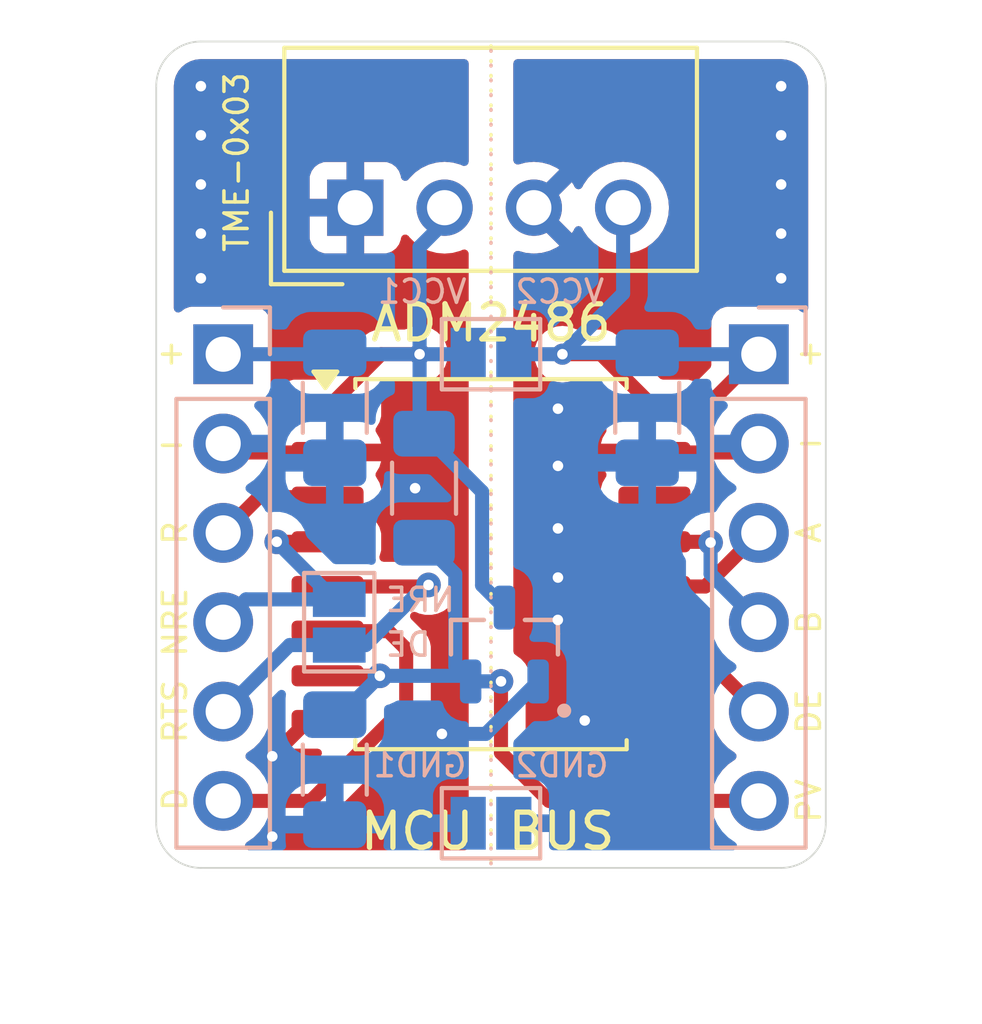
<source format=kicad_pcb>
(kicad_pcb (version 20240108) (generator "pcbnew") (generator_version "8.0")
  (layers (0 "F.Cu" signal) (31 "B.Cu" signal) (34 "B.Paste" user) (35 "F.Paste" user) (36 "B.SilkS" user "B.Silkscreen") (37 "F.SilkS" user "F.Silkscreen") (38 "B.Mask" user) (39 "F.Mask" user) (44 "Edge.Cuts" user))
  (net 0 "")
  (net 1 "VCC2")
  (net 2 "GND2")
  (net 3 "VCC")
  (net 4 "GND1")
  (net 5 "DE")
  (net 6 "A")
  (net 7 "B")
  (net 8 "D")
  (net 9 "PV")
  (net 10 "RTS")
  (net 11 "NRE")
  (net 12 "R")
  (footprint "Package_SO:SOIC-16W_7.5x10.3mm_P1.27mm" (layer "F.Cu") (at 83.82 56.769)
    (property "Reference" "U3" (hide yes))
    (property "Value" "ADM2486")
    (fp_line (start -3.86 -5.26) (end -3.86 -5.005) (stroke (width 0.12)) (layer "F.SilkS"))
    (fp_line (start -3.86 5.26) (end -3.86 5.005) (stroke (width 0.12)) (layer "F.SilkS"))
    (fp_line (start 0 -5.26) (end -3.86 -5.26) (stroke (width 0.12)) (layer "F.SilkS"))
    (fp_line (start 0 -5.26) (end 3.86 -5.26) (stroke (width 0.12)) (layer "F.SilkS"))
    (fp_line (start 0 5.26) (end -3.86 5.26) (stroke (width 0.12)) (layer "F.SilkS"))
    (fp_line (start 0 5.26) (end 3.86 5.26) (stroke (width 0.12)) (layer "F.SilkS"))
    (fp_line (start 3.86 -5.26) (end 3.86 -5.005) (stroke (width 0.12)) (layer "F.SilkS"))
    (fp_line (start 3.86 5.26) (end 3.86 5.005) (stroke (width 0.12)) (layer "F.SilkS"))
    (fp_poly (pts (xy -4.7125 -5.005) (xy -5.0525 -5.475) (xy -4.3725 -5.475) (xy -4.7125 -5.005)) (stroke (width 0.12)) (fill solid) (layer "F.SilkS"))
    (pad "1" smd roundrect (at -4.65 -4.445) (size 2.05 0.6) (layers "F.Cu" "F.Paste" "F.Mask") (net 3 "VCC"))
    (pad "2" smd roundrect (at -4.65 -3.175) (size 2.05 0.6) (layers "F.Cu" "F.Paste" "F.Mask") (net 4 "GND1"))
    (pad "3" smd roundrect (at -4.65 -1.905) (size 2.05 0.6) (layers "F.Cu" "F.Paste" "F.Mask") (net 12 "R"))
    (pad "4" smd roundrect (at -4.65 -0.635) (size 2.05 0.6) (layers "F.Cu" "F.Paste" "F.Mask") (net 11 "NRE"))
    (pad "5" smd roundrect (at -4.65 0.635) (size 2.05 0.6) (layers "F.Cu" "F.Paste" "F.Mask") (net 10 "RTS"))
    (pad "6" smd roundrect (at -4.65 1.905) (size 2.05 0.6) (layers "F.Cu" "F.Paste" "F.Mask") (net 8 "D"))
    (pad "7" smd roundrect (at -4.65 3.175) (size 2.05 0.6) (layers "F.Cu" "F.Paste" "F.Mask") (net 9 "PV"))
    (pad "8" smd roundrect (at -4.65 4.445) (size 2.05 0.6) (layers "F.Cu" "F.Paste" "F.Mask") (net 4 "GND1"))
    (pad "9" smd roundrect (at 4.65 4.445) (size 2.05 0.6) (layers "F.Cu" "F.Paste" "F.Mask") (net 2 "GND2"))
    (pad "10" smd roundrect (at 4.65 3.175) (size 2.05 0.6) (layers "F.Cu" "F.Paste" "F.Mask") (net 5 "DE"))
    (pad "11" smd roundrect (at 4.65 1.905) (size 2.05 0.6) (layers "F.Cu" "F.Paste" "F.Mask"))
    (pad "12" smd roundrect (at 4.65 0.635) (size 2.05 0.6) (layers "F.Cu" "F.Paste" "F.Mask") (net 6 "A"))
    (pad "13" smd roundrect (at 4.65 -0.635) (size 2.05 0.6) (layers "F.Cu" "F.Paste" "F.Mask") (net 7 "B"))
    (pad "14" smd roundrect (at 4.65 -1.905) (size 2.05 0.6) (layers "F.Cu" "F.Paste" "F.Mask"))
    (pad "15" smd roundrect (at 4.65 -3.175) (size 2.05 0.6) (layers "F.Cu" "F.Paste" "F.Mask") (net 2 "GND2"))
    (pad "16" smd roundrect (at 4.65 -4.445) (size 2.05 0.6) (layers "F.Cu" "F.Paste" "F.Mask") (net 1 "VCC2"))
  )
  (footprint "Converter_DCDC:Converter_DCDC_TRACO_TME_03xxS_05xxS_12xxS_Single_THT" (layer "F.Cu") (at 79.9592 46.6344 90)
    (property "Reference" "U2" (hide yes))
    (property "Value" "TME-0305S")
    (fp_line (start -2.175 -2.4) (end -0.141667 -2.4) (stroke (width 0.12)) (layer "F.SilkS"))
    (fp_line (start 4.545 -2.02) (end 4.545 9.72) (stroke (width 0.12)) (layer "F.SilkS"))
    (fp_line (start -1.795 -2.02) (end 4.545 -2.02) (stroke (width 0.12)) (layer "F.SilkS"))
    (fp_line (start -1.795 -2.02) (end -1.795 9.72) (stroke (width 0.12)) (layer "F.SilkS"))
    (fp_line (start -2.175 -0.366667) (end -2.175 -2.4) (stroke (width 0.12)) (layer "F.SilkS"))
    (fp_line (start -1.795 9.72) (end 4.545 9.72) (stroke (width 0.12)) (layer "F.SilkS"))
    (pad "1" thru_hole rect (at 0 0 90) (size 1.6 1.6) (drill 1) (layers "*.Cu" "*.Mask") (net 4 "GND1"))
    (pad "2" thru_hole circle (at 0 2.54 90) (size 1.6 1.6) (drill 1) (layers "*.Cu" "*.Mask") (net 3 "VCC"))
    (pad "3" thru_hole circle (at 0 5.08 90) (size 1.6 1.6) (drill 1) (layers "*.Cu" "*.Mask") (net 2 "GND2"))
    (pad "4" thru_hole circle (at 0 7.62 90) (size 1.6 1.6) (drill 1) (layers "*.Cu" "*.Mask") (net 1 "VCC2"))
  )
  (footprint "ISO1432:SOT96P237X112-3N" (layer "B.Cu") (at 84.201 59.055 90)
    (property "Reference" "U1" (hide yes))
    (property "Value" "ADM809-5SARTZ-RL7")
    (fp_line (start 0.7 -1.52) (end -0.2794 -1.52) (stroke (width 0.127)) (layer "B.SilkS"))
    (fp_line (start 0.7 -0.5842) (end 0.7 -1.52) (stroke (width 0.127)) (layer "B.SilkS"))
    (fp_line (start 0.7 1.52) (end 0.7 0.5842) (stroke (width 0.127)) (layer "B.SilkS"))
    (fp_line (start 0.3048 1.524) (end 0.7 1.52) (stroke (width 0.127)) (layer "B.SilkS"))
    (fp_line (start -0.2794 1.524) (end 0.3048 1.524) (stroke (width 0.127)) (layer "B.SilkS"))
    (fp_circle (center -1.88 1.7) (end -1.778022 1.7) (stroke (width 0.2)) (fill none) (layer "B.SilkS"))
    (pad "1" smd roundrect (at -1.05 0.96 90) (size 1.25 0.61) (layers "B.Cu" "B.Paste" "B.Mask") (net 4 "GND1"))
    (pad "2" smd roundrect (at -1.05 -0.96 90) (size 1.25 0.61) (layers "B.Cu" "B.Paste" "B.Mask") (net 9 "PV"))
    (pad "3" smd roundrect (at 1.05 0 90) (size 1.25 0.61) (layers "B.Cu" "B.Paste" "B.Mask") (net 3 "VCC"))
  )
  (footprint "Jumper:SolderJumper-2_P1.3mm_Open_Pad1.0x1.5mm" (layer "B.Cu") (at 79.502 58.42 -90)
    (property "Reference" "JP1" (hide yes))
    (property "Value" "Jumper_2_Open")
    (fp_line (start -1.4 1) (end -1.4 -1) (stroke (width 0.12)) (layer "B.SilkS"))
    (fp_line (start 1.4 1) (end -1.4 1) (stroke (width 0.12)) (layer "B.SilkS"))
    (fp_line (start -1.4 -1) (end 1.4 -1) (stroke (width 0.12)) (layer "B.SilkS"))
    (fp_line (start 1.4 -1) (end 1.4 1) (stroke (width 0.12)) (layer "B.SilkS"))
    (pad "1" smd rect (at -0.65 0 270) (size 1 1.5) (layers "B.Cu" "B.Mask") (net 11 "NRE"))
    (pad "2" smd rect (at 0.65 0 270) (size 1 1.5) (layers "B.Cu" "B.Mask") (net 10 "RTS"))
  )
  (footprint "Capacitor_SMD:C_1206_3216Metric_Pad1.33x1.80mm_HandSolder" (layer "B.Cu") (at 79.375 52.324 -90)
    (property "Reference" "C2" (hide yes))
    (property "Value" "0.1uF")
    (fp_line (start 0.711252 0.91) (end -0.711252 0.91) (stroke (width 0.12)) (layer "B.SilkS"))
    (fp_line (start 0.711252 -0.91) (end -0.711252 -0.91) (stroke (width 0.12)) (layer "B.SilkS"))
    (pad "1" smd roundrect (at -1.5625 0 270) (size 1.325 1.8) (layers "B.Cu" "B.Paste" "B.Mask") (roundrect_rratio 0.188679) (net 3 "VCC"))
    (pad "2" smd roundrect (at 1.5625 0 270) (size 1.325 1.8) (layers "B.Cu" "B.Paste" "B.Mask") (roundrect_rratio 0.188679) (net 4 "GND1"))
  )
  (footprint "Jumper:SolderJumper-2_P1.3mm_Open_Pad1.0x1.5mm" (layer "B.Cu") (at 83.82 50.8)
    (property "Reference" "JP2" (hide yes))
    (property "Value" "Jumper_2_Open")
    (fp_line (start -1.4 -1) (end 1.4 -1) (stroke (width 0.12)) (layer "B.SilkS"))
    (fp_line (start -1.4 1) (end -1.4 -1) (stroke (width 0.12)) (layer "B.SilkS"))
    (fp_line (start 1.4 -1) (end 1.4 1) (stroke (width 0.12)) (layer "B.SilkS"))
    (fp_line (start 1.4 1) (end -1.4 1) (stroke (width 0.12)) (layer "B.SilkS"))
    (pad "1" smd rect (at -0.65 0) (size 1 1.5) (layers "B.Cu" "B.Mask") (net 3 "VCC"))
    (pad "2" smd rect (at 0.65 0) (size 1 1.5) (layers "B.Cu" "B.Mask") (net 1 "VCC2"))
  )
  (footprint "Connector_PinHeader_2.54mm:PinHeader_1x06_P2.54mm_Vertical" (layer "B.Cu") (at 76.2 50.8 180)
    (property "Reference" "J1" (hide yes))
    (property "Value" "Conn_01x06")
    (fp_line (start 1.33 -1.27) (end -1.33 -1.27) (stroke (width 0.12)) (layer "B.SilkS"))
    (fp_line (start 1.33 -14.03) (end 1.33 -1.27) (stroke (width 0.12)) (layer "B.SilkS"))
    (fp_line (start 1.33 -14.03) (end -1.33 -14.03) (stroke (width 0.12)) (layer "B.SilkS"))
    (fp_line (start 0 1.33) (end -1.33 1.33) (stroke (width 0.12)) (layer "B.SilkS"))
    (fp_line (start -1.33 1.33) (end -1.33 0) (stroke (width 0.12)) (layer "B.SilkS"))
    (fp_line (start -1.33 -14.03) (end -1.33 -1.27) (stroke (width 0.12)) (layer "B.SilkS"))
    (pad "1" thru_hole rect (at 0 0 180) (size 1.7 1.7) (drill 1) (layers "*.Cu" "*.Mask") (net 3 "VCC"))
    (pad "2" thru_hole oval (at 0 -2.54 180) (size 1.7 1.7) (drill 1) (layers "*.Cu" "*.Mask") (net 4 "GND1"))
    (pad "3" thru_hole oval (at 0 -5.08 180) (size 1.7 1.7) (drill 1) (layers "*.Cu" "*.Mask") (net 12 "R"))
    (pad "4" thru_hole oval (at 0 -7.62 180) (size 1.7 1.7) (drill 1) (layers "*.Cu" "*.Mask") (net 11 "NRE"))
    (pad "5" thru_hole oval (at 0 -10.16 180) (size 1.7 1.7) (drill 1) (layers "*.Cu" "*.Mask") (net 10 "RTS"))
    (pad "6" thru_hole oval (at 0 -12.7 180) (size 1.7 1.7) (drill 1) (layers "*.Cu" "*.Mask") (net 8 "D"))
  )
  (footprint "Resistor_SMD:R_1206_3216Metric_Pad1.30x1.75mm_HandSolder" (layer "B.Cu") (at 81.915 54.61 -90)
    (property "Reference" "R1" (hide yes))
    (property "Value" "10k")
    (fp_line (start 0.727064 0.91) (end -0.727064 0.91) (stroke (width 0.12)) (layer "B.SilkS"))
    (fp_line (start 0.727064 -0.91) (end -0.727064 -0.91) (stroke (width 0.12)) (layer "B.SilkS"))
    (pad "1" smd roundrect (at -1.55 0 270) (size 1.3 1.75) (layers "B.Cu" "B.Paste" "B.Mask") (roundrect_rratio 0.192308) (net 3 "VCC"))
    (pad "2" smd roundrect (at 1.55 0 270) (size 1.3 1.75) (layers "B.Cu" "B.Paste" "B.Mask") (roundrect_rratio 0.192308) (net 9 "PV"))
  )
  (footprint "Capacitor_SMD:C_1206_3216Metric_Pad1.33x1.80mm_HandSolder" (layer "B.Cu") (at 88.265 52.324 -90)
    (property "Reference" "C1" (hide yes))
    (property "Value" "0.1uF")
    (fp_line (start 0.711252 0.91) (end -0.711252 0.91) (stroke (width 0.12)) (layer "B.SilkS"))
    (fp_line (start 0.711252 -0.91) (end -0.711252 -0.91) (stroke (width 0.12)) (layer "B.SilkS"))
    (pad "1" smd roundrect (at -1.5625 0 270) (size 1.325 1.8) (layers "B.Cu" "B.Paste" "B.Mask") (roundrect_rratio 0.188679) (net 1 "VCC2"))
    (pad "2" smd roundrect (at 1.5625 0 270) (size 1.325 1.8) (layers "B.Cu" "B.Paste" "B.Mask") (roundrect_rratio 0.188679) (net 2 "GND2"))
  )
  (footprint "Connector_PinHeader_2.54mm:PinHeader_1x06_P2.54mm_Vertical" (layer "B.Cu") (at 91.44 50.8 180)
    (property "Reference" "J2" (hide yes))
    (property "Value" "Conn_01x06")
    (fp_line (start 1.33 -1.27) (end -1.33 -1.27) (stroke (width 0.12)) (layer "B.SilkS"))
    (fp_line (start 1.33 -14.03) (end 1.33 -1.27) (stroke (width 0.12)) (layer "B.SilkS"))
    (fp_line (start 1.33 -14.03) (end -1.33 -14.03) (stroke (width 0.12)) (layer "B.SilkS"))
    (fp_line (start 0 1.33) (end -1.33 1.33) (stroke (width 0.12)) (layer "B.SilkS"))
    (fp_line (start -1.33 1.33) (end -1.33 0) (stroke (width 0.12)) (layer "B.SilkS"))
    (fp_line (start -1.33 -14.03) (end -1.33 -1.27) (stroke (width 0.12)) (layer "B.SilkS"))
    (pad "1" thru_hole rect (at 0 0 180) (size 1.7 1.7) (drill 1) (layers "*.Cu" "*.Mask") (net 1 "VCC2"))
    (pad "2" thru_hole oval (at 0 -2.54 180) (size 1.7 1.7) (drill 1) (layers "*.Cu" "*.Mask") (net 2 "GND2"))
    (pad "3" thru_hole oval (at 0 -5.08 180) (size 1.7 1.7) (drill 1) (layers "*.Cu" "*.Mask") (net 6 "A"))
    (pad "4" thru_hole oval (at 0 -7.62 180) (size 1.7 1.7) (drill 1) (layers "*.Cu" "*.Mask") (net 7 "B"))
    (pad "5" thru_hole oval (at 0 -10.16 180) (size 1.7 1.7) (drill 1) (layers "*.Cu" "*.Mask") (net 5 "DE"))
    (pad "6" thru_hole oval (at 0 -12.7 180) (size 1.7 1.7) (drill 1) (layers "*.Cu" "*.Mask") (net 9 "PV"))
  )
  (footprint "Capacitor_SMD:C_1206_3216Metric_Pad1.33x1.80mm_HandSolder" (layer "B.Cu") (at 79.375 62.611 -90)
    (property "Reference" "C3" (hide yes))
    (property "Value" "0.1uF")
    (fp_line (start 0.711252 0.91) (end -0.711252 0.91) (stroke (width 0.12)) (layer "B.SilkS"))
    (fp_line (start 0.711252 -0.91) (end -0.711252 -0.91) (stroke (width 0.12)) (layer "B.SilkS"))
    (pad "1" smd roundrect (at -1.5625 0 270) (size 1.325 1.8) (layers "B.Cu" "B.Paste" "B.Mask") (roundrect_rratio 0.188679) (net 9 "PV"))
    (pad "2" smd roundrect (at 1.5625 0 270) (size 1.325 1.8) (layers "B.Cu" "B.Paste" "B.Mask") (roundrect_rratio 0.188679) (net 4 "GND1"))
  )
  (footprint "Jumper:SolderJumper-2_P1.3mm_Open_Pad1.0x1.5mm" (layer "B.Cu") (at 83.82 64.135)
    (property "Reference" "JP3" (hide yes))
    (property "Value" "Jumper_2_Open")
    (fp_line (start -1.4 -1) (end 1.4 -1) (stroke (width 0.12)) (layer "B.SilkS"))
    (fp_line (start -1.4 1) (end -1.4 -1) (stroke (width 0.12)) (layer "B.SilkS"))
    (fp_line (start 1.4 -1) (end 1.4 1) (stroke (width 0.12)) (layer "B.SilkS"))
    (fp_line (start 1.4 1) (end -1.4 1) (stroke (width 0.12)) (layer "B.SilkS"))
    (pad "1" smd rect (at -0.65 0) (size 1 1.5) (layers "B.Cu" "B.Mask") (net 4 "GND1"))
    (pad "2" smd rect (at 0.65 0) (size 1 1.5) (layers "B.Cu" "B.Mask") (net 2 "GND2"))
  )
  (gr_line (start 83.82 42.164) (end 83.82 65.3796) (stroke (width 0.1) (type dot)) (layer "B.SilkS"))
  (gr_line (start 83.82 42.037) (end 83.82 49.403) (stroke (width 0.1) (type dot)) (layer "F.SilkS"))
  (gr_line (start 83.82 51.308) (end 83.82 65.278) (stroke (width 0.1) (type dot)) (layer "F.SilkS"))
  (gr_arc (start 74.295 43.18) (mid 74.666974 42.281974) (end 75.565 41.91) (stroke (width 0.05)) (layer "Edge.Cuts"))
  (gr_arc (start 93.345 64.135) (mid 92.973026 65.033026) (end 92.075 65.405) (stroke (width 0.05)) (layer "Edge.Cuts"))
  (gr_arc (start 92.075 41.91) (mid 92.973026 42.281974) (end 93.345 43.18) (stroke (width 0.05)) (layer "Edge.Cuts"))
  (gr_line (start 92.075 65.405) (end 75.565 65.405) (stroke (width 0.05)) (layer "Edge.Cuts"))
  (gr_line (start 93.345 43.18) (end 93.345 64.135) (stroke (width 0.05)) (layer "Edge.Cuts"))
  (gr_arc (start 75.565 65.405) (mid 74.666974 65.033026) (end 74.295 64.135) (stroke (width 0.05)) (layer "Edge.Cuts"))
  (gr_line (start 74.295 64.135) (end 74.295 43.18) (stroke (width 0.05)) (layer "Edge.Cuts"))
  (gr_line (start 75.565 41.91) (end 92.075 41.91) (stroke (width 0.05)) (layer "Edge.Cuts"))
  (gr_text "DE" (at 80.772 59.055 0) (layer "B.SilkS") (effects (font (size 0.66 0.66) (thickness 0.1)) (justify right mirror)))
  (gr_text "GND2" (at 84.455 62.484 0) (layer "B.SilkS") (effects (font (size 0.66 0.66) (thickness 0.1)) (justify right mirror)))
  (gr_text "VCC1" (at 83.185 49.022 0) (layer "B.SilkS") (effects (font (size 0.66 0.66) (thickness 0.1)) (justify left mirror)))
  (gr_text "GND1" (at 83.185 62.484 0) (layer "B.SilkS") (effects (font (size 0.66 0.66) (thickness 0.1)) (justify left mirror)))
  (gr_text "VCC2" (at 84.455 49.022 0) (layer "B.SilkS") (effects (font (size 0.66 0.66) (thickness 0.1)) (justify right mirror)))
  (gr_text "NRE" (at 80.772 57.785 0) (layer "B.SilkS") (effects (font (size 0.66 0.66) (thickness 0.1)) (justify right mirror)))
  (gr_text "ADM2486" (at 83.82 49.911 0) (layer "F.SilkS") (effects (font (size 1 1))))
  (gr_text "NRE" (at 74.8284 58.42 90) (layer "F.SilkS") (effects (font (size 0.66 0.66) (thickness 0.1))))
  (gr_text "DE" (at 92.8624 60.96 90) (layer "F.SilkS") (effects (font (size 0.66 0.66) (thickness 0.1))))
  (gr_text "A" (at 92.8624 55.88 90) (layer "F.SilkS") (effects (font (size 0.66 0.66) (thickness 0.1))))
  (gr_text "RTS" (at 74.8284 60.96 90) (layer "F.SilkS") (effects (font (size 0.66 0.66) (thickness 0.1))))
  (gr_text "PV" (at 92.8624 63.5 90) (layer "F.SilkS") (effects (font (size 0.66 0.66) (thickness 0.1))))
  (gr_text "BUS" (at 84.2264 64.3636 0) (layer "F.SilkS") (effects (font (size 1 1)) (justify left)))
  (gr_text "TME-0x03" (at 76.581 45.339 90) (layer "F.SilkS") (effects (font (size 0.66 0.66) (thickness 0.1))))
  (gr_text "R" (at 74.8284 55.88 90) (layer "F.SilkS") (effects (font (size 0.66 0.66) (thickness 0.1))))
  (gr_text "+" (at 74.7268 50.7492 0) (layer "F.SilkS") (effects (font (size 0.66 0.66) (thickness 0.1))))
  (gr_text "-" (at 92.9132 53.3908 180) (layer "F.SilkS") (effects (font (size 0.66 0.66) (thickness 0.1))))
  (gr_text "+" (at 92.8624 50.8 90) (layer "F.SilkS") (effects (font (size 0.66 0.66) (thickness 0.1))))
  (gr_text "B" (at 92.8624 58.42 90) (layer "F.SilkS") (effects (font (size 0.66 0.66) (thickness 0.1))))
  (gr_text "D" (at 74.8284 63.4492 90) (layer "F.SilkS") (effects (font (size 0.66 0.66) (thickness 0.1))))
  (gr_text "MCU" (at 83.4136 64.3636 0) (layer "F.SilkS") (effects (font (size 1 1)) (justify right)))
  (gr_text "-" (at 74.7268 53.34 0) (layer "F.SilkS") (effects (font (size 0.66 0.66) (thickness 0.1))))
  (segment (start 86.946 50.8) (end 88.47 52.324) (width 0.4) (layer "F.Cu") (net 1))
  (segment (start 89.916 52.324) (end 91.44 50.8) (width 0.4) (layer "F.Cu") (net 1))
  (segment (start 85.852 50.8) (end 86.946 50.8) (width 0.4) (layer "F.Cu") (net 1))
  (segment (start 88.47 52.324) (end 89.916 52.324) (width 0.4) (layer "F.Cu") (net 1))
  (via (at 85.852 50.8) (size 0.6) (drill 0.3) (layers "F.Cu" "B.Cu") (net 1))
  (segment (start 85.852 50.8) (end 87.5792 49.0728) (width 0.4) (layer "B.Cu") (net 1))
  (segment (start 88.265 50.7615) (end 85.8905 50.7615) (width 0.4) (layer "B.Cu") (net 1))
  (segment (start 84.47 50.8) (end 85.852 50.8) (width 0.4) (layer "B.Cu") (net 1))
  (segment (start 91.44 50.8) (end 88.3035 50.8) (width 0.4) (layer "B.Cu") (net 1))
  (segment (start 88.3035 50.8) (end 88.265 50.7615) (width 0.4) (layer "B.Cu") (net 1))
  (segment (start 87.5792 49.0728) (end 87.5792 46.6344) (width 0.4) (layer "B.Cu") (net 1))
  (segment (start 85.8905 50.7615) (end 85.852 50.8) (width 0.4) (layer "B.Cu") (net 1))
  (segment (start 88.47 53.594) (end 91.186 53.594) (width 0.4) (layer "F.Cu") (net 2))
  (segment (start 91.186 53.594) (end 91.44 53.34) (width 0.4) (layer "F.Cu") (net 2))
  (via (at 85.725 55.753) (size 0.7) (drill 0.3) (layers "F.Cu" "B.Cu") (net 2))
  (via (at 92.075 44.577) (size 0.7) (drill 0.3) (layers "F.Cu" "B.Cu") (net 2))
  (via (at 85.725 57.15) (size 0.7) (drill 0.3) (layers "F.Cu" "B.Cu") (net 2))
  (via (at 85.721 58.355) (size 0.7) (drill 0.3) (layers "F.Cu" "B.Cu") (net 2))
  (via (at 86.487 61.214) (size 0.7) (drill 0.3) (layers "F.Cu" "B.Cu") (net 2))
  (via (at 92.075 48.641) (size 0.7) (drill 0.3) (layers "F.Cu" "B.Cu") (net 2))
  (via (at 85.725 53.975) (size 0.7) (drill 0.3) (layers "F.Cu" "B.Cu") (net 2))
  (via (at 92.075 45.974) (size 0.7) (drill 0.3) (layers "F.Cu" "B.Cu") (net 2))
  (via (at 92.075 47.371) (size 0.7) (drill 0.3) (layers "F.Cu" "B.Cu") (net 2))
  (via (at 85.725 52.3494) (size 0.7) (drill 0.3) (layers "F.Cu" "B.Cu") (net 2))
  (via (at 92.075 43.18) (size 0.7) (drill 0.3) (layers "F.Cu" "B.Cu") (net 2))
  (segment (start 80.694 50.8) (end 79.17 52.324) (width 0.4) (layer "F.Cu") (net 3))
  (segment (start 81.788 50.8) (end 80.694 50.8) (width 0.4) (layer "F.Cu") (net 3))
  (via (at 81.788 50.8) (size 0.6) (drill 0.3) (layers "F.Cu" "B.Cu") (net 3))
  (segment (start 81.788 47.752) (end 82.4992 47.0408) (width 0.4) (layer "B.Cu") (net 3))
  (segment (start 81.788 52.933) (end 81.788 50.8) (width 0.4) (layer "B.Cu") (net 3))
  (segment (start 81.788 50.8) (end 76.2 50.8) (width 0.4) (layer "B.Cu") (net 3))
  (segment (start 83.566 57.37) (end 83.566 54.711) (width 0.4) (layer "B.Cu") (net 3))
  (segment (start 83.566 54.711) (end 81.915 53.06) (width 0.4) (layer "B.Cu") (net 3))
  (segment (start 81.788 50.8) (end 81.788 47.752) (width 0.4) (layer "B.Cu") (net 3))
  (segment (start 81.915 53.06) (end 81.788 52.933) (width 0.4) (layer "B.Cu") (net 3))
  (segment (start 83.17 50.8) (end 81.788 50.8) (width 0.4) (layer "B.Cu") (net 3))
  (segment (start 84.201 58.005) (end 83.566 57.37) (width 0.4) (layer "B.Cu") (net 3))
  (segment (start 82.4992 47.0408) (end 82.4992 46.6344) (width 0.4) (layer "B.Cu") (net 3))
  (segment (start 78.613 61.214) (end 77.597 62.23) (width 0.4) (layer "F.Cu") (net 4))
  (segment (start 76.454 53.594) (end 76.2 53.34) (width 0.4) (layer "F.Cu") (net 4))
  (segment (start 79.17 61.214) (end 78.613 61.214) (width 0.4) (layer "F.Cu") (net 4))
  (segment (start 79.17 53.594) (end 76.454 53.594) (width 0.4) (layer "F.Cu") (net 4))
  (via (at 77.597 62.23) (size 0.7) (drill 0.3) (layers "F.Cu" "B.Cu") (net 4))
  (via (at 81.661 54.61) (size 0.7) (drill 0.3) (layers "F.Cu" "B.Cu") (net 4))
  (via (at 75.565 47.371) (size 0.7) (drill 0.3) (layers "F.Cu" "B.Cu") (net 4))
  (via (at 82.423 61.595) (size 0.7) (drill 0.3) (layers "F.Cu" "B.Cu") (net 4))
  (via (at 75.565 44.577) (size 0.7) (drill 0.3) (layers "F.Cu" "B.Cu") (net 4))
  (via (at 75.565 45.974) (size 0.7) (drill 0.3) (layers "F.Cu" "B.Cu") (net 4))
  (via (at 75.565 48.641) (size 0.7) (drill 0.3) (layers "F.Cu" "B.Cu") (net 4))
  (via (at 77.597 64.516) (size 0.7) (drill 0.3) (layers "F.Cu" "B.Cu") (net 4))
  (via (at 75.565 43.18) (size 0.7) (drill 0.3) (layers "F.Cu" "B.Cu") (net 4))
  (segment (start 83.671 61.595) (end 82.423 61.595) (width 0.4) (layer "B.Cu") (net 4))
  (segment (start 85.161 60.105) (end 83.671 61.595) (width 0.4) (layer "B.Cu") (net 4))
  (segment (start 88.47 59.944) (end 90.424 59.944) (width 0.4) (layer "F.Cu") (net 5))
  (segment (start 90.424 59.944) (end 91.44 60.96) (width 0.4) (layer "F.Cu") (net 5))
  (segment (start 89.916 57.404) (end 91.44 55.88) (width 0.4) (layer "F.Cu") (net 6))
  (segment (start 88.47 57.404) (end 89.916 57.404) (width 0.4) (layer "F.Cu") (net 6))
  (segment (start 90.046621 56.134) (end 90.067184 56.154563) (width 0.4) (layer "F.Cu") (net 7))
  (segment (start 88.47 56.134) (end 90.046621 56.134) (width 0.4) (layer "F.Cu") (net 7))
  (via (at 90.067184 56.154563) (size 0.7) (drill 0.3) (layers "F.Cu" "B.Cu") (net 7))
  (segment (start 90.067184 57.047184) (end 91.44 58.42) (width 0.4) (layer "B.Cu") (net 7))
  (segment (start 90.067184 56.154563) (end 90.067184 57.047184) (width 0.4) (layer "B.Cu") (net 7))
  (segment (start 81.407 59.182) (end 80.899 58.674) (width 0.4) (layer "F.Cu") (net 8))
  (segment (start 81.407 60.783974) (end 81.407 59.182) (width 0.4) (layer "F.Cu") (net 8))
  (segment (start 78.690974 63.5) (end 81.407 60.783974) (width 0.4) (layer "F.Cu") (net 8))
  (segment (start 76.2 63.5) (end 78.690974 63.5) (width 0.4) (layer "F.Cu") (net 8))
  (segment (start 80.899 58.674) (end 79.17 58.674) (width 0.4) (layer "F.Cu") (net 8))
  (segment (start 85.471 63.5) (end 84.104169 62.133169) (width 0.4) (layer "F.Cu") (net 9))
  (segment (start 91.44 63.5) (end 85.471 63.5) (width 0.4) (layer "F.Cu") (net 9))
  (segment (start 79.17 59.944) (end 80.657 59.944) (width 0.4) (layer "F.Cu") (net 9))
  (segment (start 84.104169 62.133169) (end 84.104169 60.101169) (width 0.4) (layer "F.Cu") (net 9))
  (via (at 80.657 59.944) (size 0.7) (drill 0.3) (layers "F.Cu" "B.Cu") (net 9))
  (via (at 84.104169 60.101169) (size 0.7) (drill 0.3) (layers "F.Cu" "B.Cu") (net 9))
  (segment (start 79.5525 61.0485) (end 80.657 59.944) (width 0.4) (layer "B.Cu") (net 9))
  (segment (start 82.804 57.049) (end 81.915 56.16) (width 0.4) (layer "B.Cu") (net 9))
  (segment (start 83.08 59.944) (end 82.804 59.668) (width 0.4) (layer "B.Cu") (net 9))
  (segment (start 83.244831 60.101169) (end 83.241 60.105) (width 0.4) (layer "B.Cu") (net 9))
  (segment (start 84.104169 60.101169) (end 83.244831 60.101169) (width 0.4) (layer "B.Cu") (net 9))
  (segment (start 82.804 59.668) (end 82.804 57.049) (width 0.4) (layer "B.Cu") (net 9))
  (segment (start 83.08 59.944) (end 83.241 60.105) (width 0.4) (layer "B.Cu") (net 9))
  (segment (start 80.657 59.944) (end 83.08 59.944) (width 0.4) (layer "B.Cu") (net 9))
  (segment (start 79.375 61.0485) (end 79.5525 61.0485) (width 0.4) (layer "B.Cu") (net 9))
  (segment (start 82.042 57.36) (end 81.998 57.404) (width 0.4) (layer "F.Cu") (net 10))
  (segment (start 81.998 57.404) (end 79.17 57.404) (width 0.4) (layer "F.Cu") (net 10))
  (via (at 82.042 57.36) (size 0.7) (drill 0.3) (layers "F.Cu" "B.Cu") (net 10))
  (segment (start 76.2 60.96) (end 78.09 59.07) (width 0.4) (layer "B.Cu") (net 10))
  (segment (start 81.962 57.36) (end 80.252 59.07) (width 0.4) (layer "B.Cu") (net 10))
  (segment (start 80.252 59.07) (end 79.502 59.07) (width 0.4) (layer "B.Cu") (net 10))
  (segment (start 78.09 59.07) (end 79.502 59.07) (width 0.4) (layer "B.Cu") (net 10))
  (segment (start 82.042 57.36) (end 81.962 57.36) (width 0.4) (layer "B.Cu") (net 10))
  (segment (start 77.724 56.134) (end 79.17 56.134) (width 0.4) (layer "F.Cu") (net 11))
  (via (at 77.724 56.134) (size 0.7) (drill 0.3) (layers "F.Cu" "B.Cu") (net 11))
  (segment (start 79.36 57.77) (end 77.724 56.134) (width 0.4) (layer "B.Cu") (net 11))
  (segment (start 79.502 57.77) (end 79.502 57.658) (width 0.4) (layer "B.Cu") (net 11))
  (segment (start 76.2 58.42) (end 76.85 57.77) (width 0.4) (layer "B.Cu") (net 11))
  (segment (start 79.502 57.77) (end 79.36 57.77) (width 0.4) (layer "B.Cu") (net 11))
  (segment (start 76.85 57.77) (end 79.502 57.77) (width 0.4) (layer "B.Cu") (net 11))
  (segment (start 79.2226 57.785) (end 79.1972 57.8104) (width 0.4) (layer "B.Cu") (net 11))
  (segment (start 79.17 54.864) (end 77.216 54.864) (width 0.4) (layer "F.Cu") (net 12))
  (segment (start 77.216 54.864) (end 76.2 55.88) (width 0.4) (layer "F.Cu") (net 12))
  (zone (net 2) (net_name "GND2") (layers "F&B.Cu") (connect_pads (clearance 0.5)) (min_thickness 0.25) (fill yes (thermal_gap 0.5) (thermal_bridge_width 0.5))
    (polygon (pts (xy 84.455 69.85) (xy 84.455 41.91) (xy 97.79 41.91) (xy 97.79 69.85)))
  )
  (zone (net 4) (net_name "GND1") (layers "F&B.Cu") (connect_pads (clearance 0.5)) (min_thickness 0.25) (fill yes (thermal_gap 0.5) (thermal_bridge_width 0.5))
    (polygon (pts (xy 69.85 69.85) (xy 69.85 41.91) (xy 83.185 41.91) (xy 83.185 69.85)))
  )
)
</source>
